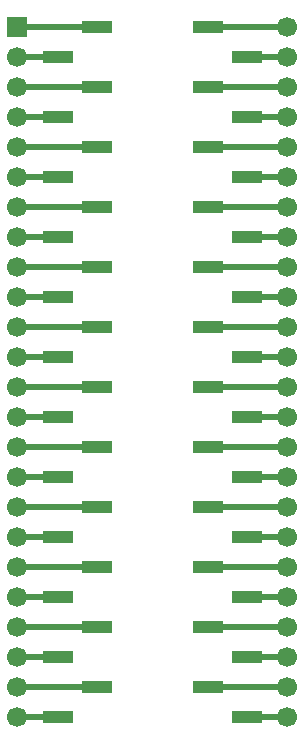
<source format=gbl>
G04 #@! TF.GenerationSoftware,KiCad,Pcbnew,9.0.6*
G04 #@! TF.CreationDate,2026-01-08T14:50:14-06:00*
G04 #@! TF.ProjectId,QFP-48_7x7_P0.5,5146502d-3438-45f3-9778-375f50302e35,rev?*
G04 #@! TF.SameCoordinates,Original*
G04 #@! TF.FileFunction,Copper,L2,Bot*
G04 #@! TF.FilePolarity,Positive*
%FSLAX46Y46*%
G04 Gerber Fmt 4.6, Leading zero omitted, Abs format (unit mm)*
G04 Created by KiCad (PCBNEW 9.0.6) date 2026-01-08 14:50:14*
%MOMM*%
%LPD*%
G01*
G04 APERTURE LIST*
G04 #@! TA.AperFunction,ComponentPad*
%ADD10R,1.700000X1.700000*%
G04 #@! TD*
G04 #@! TA.AperFunction,ComponentPad*
%ADD11C,1.700000*%
G04 #@! TD*
G04 #@! TA.AperFunction,SMDPad,CuDef*
%ADD12R,2.510000X1.000000*%
G04 #@! TD*
G04 #@! TA.AperFunction,Conductor*
%ADD13C,0.500000*%
G04 #@! TD*
G04 APERTURE END LIST*
D10*
X127000000Y-91392144D03*
D11*
X127000000Y-93932144D03*
X127000000Y-96472144D03*
X127000000Y-99012144D03*
X127000000Y-101552144D03*
X127000000Y-104092144D03*
X127000000Y-106632144D03*
X127000000Y-109172144D03*
X127000000Y-111712144D03*
X127000000Y-114252144D03*
X127000000Y-116792144D03*
X127000000Y-119332144D03*
X127000000Y-121872144D03*
X127000000Y-124412144D03*
X127000000Y-126952144D03*
X127000000Y-129492144D03*
X127000000Y-132032144D03*
X127000000Y-134572144D03*
X127000000Y-137112144D03*
X127000000Y-139652144D03*
X127000000Y-142192144D03*
X127000000Y-144732144D03*
X127000000Y-147272144D03*
X127000000Y-149812144D03*
X149860000Y-91392144D03*
X149860000Y-93932144D03*
X149860000Y-96472144D03*
X149860000Y-99012144D03*
X149860000Y-101552144D03*
X149860000Y-104092144D03*
X149860000Y-106632144D03*
X149860000Y-109172144D03*
X149860000Y-111712144D03*
X149860000Y-114252144D03*
X149860000Y-116792144D03*
X149860000Y-119332144D03*
X149860000Y-121872144D03*
X149860000Y-124412144D03*
X149860000Y-126952144D03*
X149860000Y-129492144D03*
X149860000Y-132032144D03*
X149860000Y-134572144D03*
X149860000Y-137112144D03*
X149860000Y-139652144D03*
X149860000Y-142192144D03*
X149860000Y-144732144D03*
X149860000Y-147272144D03*
X149860000Y-149812144D03*
D12*
X143125000Y-91387144D03*
X146435000Y-93927144D03*
X143125000Y-96467144D03*
X146435000Y-99007144D03*
X143125000Y-101547144D03*
X146435000Y-104087144D03*
X143125000Y-106627144D03*
X146435000Y-109167144D03*
X143125000Y-111707144D03*
X146435000Y-114247144D03*
X143125000Y-116787144D03*
X146435000Y-119327144D03*
X143125000Y-121867144D03*
X146435000Y-124407144D03*
X143125000Y-126947144D03*
X146435000Y-129487144D03*
X143125000Y-132027144D03*
X146435000Y-134567144D03*
X143125000Y-137107144D03*
X146435000Y-139647144D03*
X143125000Y-142187144D03*
X146435000Y-144727144D03*
X143125000Y-147267144D03*
X146435000Y-149807144D03*
X133735000Y-91387144D03*
X130425000Y-93927144D03*
X133735000Y-96467144D03*
X130425000Y-99007144D03*
X133735000Y-101547144D03*
X130425000Y-104087144D03*
X133735000Y-106627144D03*
X130425000Y-109167144D03*
X133735000Y-111707144D03*
X130425000Y-114247144D03*
X133735000Y-116787144D03*
X130425000Y-119327144D03*
X133735000Y-121867144D03*
X130425000Y-124407144D03*
X133735000Y-126947144D03*
X130425000Y-129487144D03*
X133735000Y-132027144D03*
X130425000Y-134567144D03*
X133735000Y-137107144D03*
X130425000Y-139647144D03*
X133735000Y-142187144D03*
X130425000Y-144727144D03*
X133735000Y-147267144D03*
X130425000Y-149807144D03*
D13*
X143130000Y-91392144D02*
X143125000Y-91387144D01*
X149860000Y-91392144D02*
X143130000Y-91392144D01*
X149855000Y-93927144D02*
X149860000Y-93932144D01*
X146435000Y-93927144D02*
X149855000Y-93927144D01*
X143130000Y-96472144D02*
X143125000Y-96467144D01*
X149860000Y-96472144D02*
X143130000Y-96472144D01*
X149855000Y-99007144D02*
X149860000Y-99012144D01*
X146435000Y-99007144D02*
X149855000Y-99007144D01*
X143130000Y-101552144D02*
X143125000Y-101547144D01*
X149860000Y-101552144D02*
X143130000Y-101552144D01*
X149855000Y-104087144D02*
X149860000Y-104092144D01*
X146435000Y-104087144D02*
X149855000Y-104087144D01*
X143130000Y-106632144D02*
X143125000Y-106627144D01*
X149860000Y-106632144D02*
X143130000Y-106632144D01*
X149855000Y-109167144D02*
X149860000Y-109172144D01*
X146435000Y-109167144D02*
X149855000Y-109167144D01*
X143130000Y-111712144D02*
X143125000Y-111707144D01*
X149860000Y-111712144D02*
X143130000Y-111712144D01*
X149855000Y-114247144D02*
X149860000Y-114252144D01*
X146435000Y-114247144D02*
X149855000Y-114247144D01*
X149860000Y-116792144D02*
X143130000Y-116792144D01*
X143130000Y-116792144D02*
X143125000Y-116787144D01*
X146435000Y-119327144D02*
X149855000Y-119327144D01*
X149855000Y-119327144D02*
X149860000Y-119332144D01*
X143130000Y-121872144D02*
X143125000Y-121867144D01*
X149860000Y-121872144D02*
X143130000Y-121872144D01*
X149855000Y-124407144D02*
X149860000Y-124412144D01*
X146435000Y-124407144D02*
X149855000Y-124407144D01*
X149855000Y-126947144D02*
X149860000Y-126952144D01*
X143125000Y-126947144D02*
X149855000Y-126947144D01*
X149855000Y-129487144D02*
X149860000Y-129492144D01*
X146435000Y-129487144D02*
X149855000Y-129487144D01*
X143130000Y-132032144D02*
X143125000Y-132027144D01*
X149860000Y-132032144D02*
X143130000Y-132032144D01*
X146435000Y-134567144D02*
X149855000Y-134567144D01*
X149855000Y-134567144D02*
X149860000Y-134572144D01*
X143130000Y-137112144D02*
X143125000Y-137107144D01*
X149860000Y-137112144D02*
X143130000Y-137112144D01*
X149855000Y-142187144D02*
X149860000Y-142192144D01*
X143125000Y-142187144D02*
X149855000Y-142187144D01*
X146440000Y-139652144D02*
X146435000Y-139647144D01*
X149860000Y-139652144D02*
X146440000Y-139652144D01*
X146435000Y-144727144D02*
X149855000Y-144727144D01*
X149855000Y-144727144D02*
X149860000Y-144732144D01*
X143130000Y-147272144D02*
X143125000Y-147267144D01*
X149860000Y-147272144D02*
X143130000Y-147272144D01*
X149855000Y-149807144D02*
X149860000Y-149812144D01*
X146435000Y-149807144D02*
X149855000Y-149807144D01*
X130420000Y-149812144D02*
X130425000Y-149807144D01*
X127000000Y-149812144D02*
X130420000Y-149812144D01*
X127005000Y-147267144D02*
X127000000Y-147272144D01*
X133735000Y-147267144D02*
X127005000Y-147267144D01*
X130420000Y-144732144D02*
X130425000Y-144727144D01*
X127000000Y-144732144D02*
X130420000Y-144732144D01*
X127005000Y-142187144D02*
X127000000Y-142192144D01*
X133735000Y-142187144D02*
X127005000Y-142187144D01*
X130420000Y-139652144D02*
X130425000Y-139647144D01*
X127000000Y-139652144D02*
X130420000Y-139652144D01*
X127005000Y-137107144D02*
X127000000Y-137112144D01*
X133735000Y-137107144D02*
X127005000Y-137107144D01*
X127005000Y-134567144D02*
X127000000Y-134572144D01*
X130425000Y-134567144D02*
X127005000Y-134567144D01*
X133730000Y-132032144D02*
X133735000Y-132027144D01*
X127000000Y-132032144D02*
X133730000Y-132032144D01*
X130425000Y-129487144D02*
X127005000Y-129487144D01*
X127005000Y-129487144D02*
X127000000Y-129492144D01*
X133730000Y-126952144D02*
X133735000Y-126947144D01*
X127000000Y-126952144D02*
X133730000Y-126952144D01*
X130420000Y-124412144D02*
X130425000Y-124407144D01*
X127000000Y-124412144D02*
X130420000Y-124412144D01*
X127005000Y-121867144D02*
X127000000Y-121872144D01*
X133735000Y-121867144D02*
X127005000Y-121867144D01*
X130420000Y-119332144D02*
X130425000Y-119327144D01*
X127000000Y-119332144D02*
X130420000Y-119332144D01*
X127005000Y-116787144D02*
X127000000Y-116792144D01*
X133735000Y-116787144D02*
X127005000Y-116787144D01*
X127005000Y-114247144D02*
X127000000Y-114252144D01*
X130425000Y-114247144D02*
X127005000Y-114247144D01*
X133730000Y-111712144D02*
X133735000Y-111707144D01*
X127000000Y-111712144D02*
X133730000Y-111712144D01*
X127005000Y-109167144D02*
X127000000Y-109172144D01*
X130425000Y-109167144D02*
X127005000Y-109167144D01*
X133730000Y-106632144D02*
X133735000Y-106627144D01*
X127000000Y-106632144D02*
X133730000Y-106632144D01*
X130425000Y-104087144D02*
X127005000Y-104087144D01*
X127005000Y-104087144D02*
X127000000Y-104092144D01*
X133730000Y-101552144D02*
X133735000Y-101547144D01*
X127000000Y-101552144D02*
X133730000Y-101552144D01*
X127000000Y-99012144D02*
X130420000Y-99012144D01*
X130420000Y-99012144D02*
X130425000Y-99007144D01*
X127005000Y-96467144D02*
X127000000Y-96472144D01*
X133735000Y-96467144D02*
X127005000Y-96467144D01*
X130420000Y-93932144D02*
X130425000Y-93927144D01*
X127000000Y-93932144D02*
X130420000Y-93932144D01*
X127005000Y-91387144D02*
X127000000Y-91392144D01*
X133735000Y-91387144D02*
X127005000Y-91387144D01*
M02*

</source>
